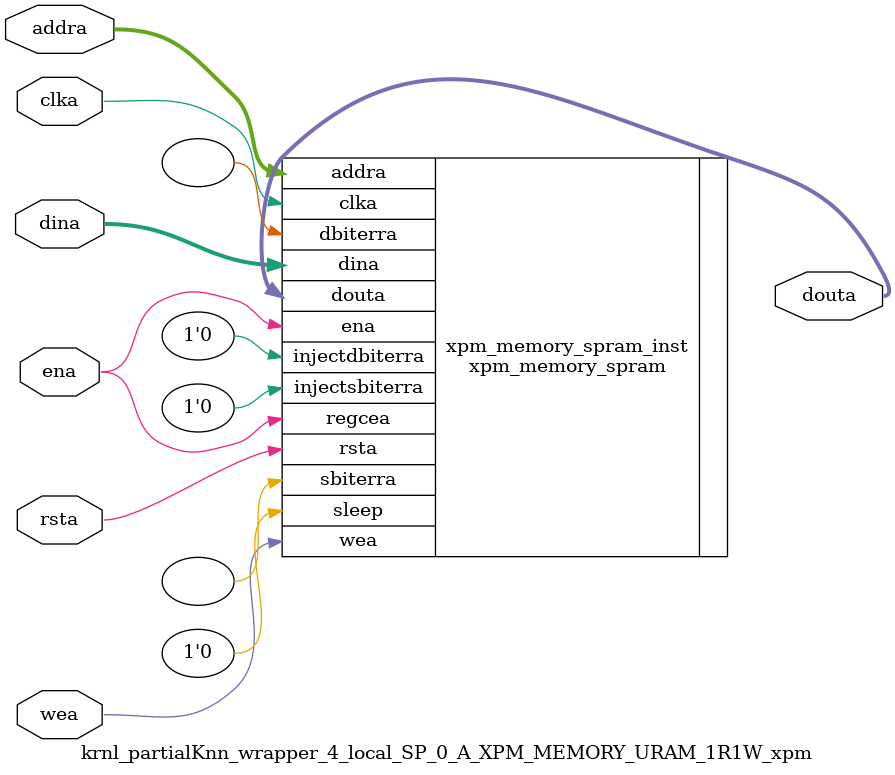
<source format=v>
`timescale 1 ns / 1 ps
module krnl_partialKnn_wrapper_4_local_SP_0_A_XPM_MEMORY_URAM_1R1W_xpm # (
  // Common module parameters
  parameter integer                 MEMORY_SIZE        = 524288,
  parameter                         MEMORY_PRIMITIVE   = "ultra",
  parameter                         ECC_MODE           = "no_ecc",
  parameter                         MEMORY_INIT_FILE   = "none",
  parameter                         WAKEUP_TIME        = "disable_sleep",
  parameter integer                 MESSAGE_CONTROL    = 0,
  // Port A module parameters
  parameter integer                 WRITE_DATA_WIDTH_A = 256,
  parameter integer                 READ_DATA_WIDTH_A  = WRITE_DATA_WIDTH_A,
  parameter integer                 BYTE_WRITE_WIDTH_A = WRITE_DATA_WIDTH_A,
  parameter integer                 ADDR_WIDTH_A       = 11,
  parameter                         READ_RESET_VALUE_A = "0",
  parameter integer                 READ_LATENCY_A     = 1,
  parameter                         WRITE_MODE_A       = "read_first"
) (
  // Port A module ports
  input  wire                                               clka,
  input  wire                                               rsta,
  input  wire                                               ena,
  input  wire [(WRITE_DATA_WIDTH_A/BYTE_WRITE_WIDTH_A)-1:0] wea,
  input  wire [ADDR_WIDTH_A-1:0]                            addra,
  input  wire [WRITE_DATA_WIDTH_A-1:0]                      dina,
  output wire [READ_DATA_WIDTH_A-1:0]                       douta
);
// Set parameter values and connect ports to instantiate an XPM_MEMORY single port RAM configuration
xpm_memory_spram # (
  // Common module parameters
  .MEMORY_SIZE        (MEMORY_SIZE),   //positive integer
  .MEMORY_PRIMITIVE   (MEMORY_PRIMITIVE),      //string; "auto", "distributed", "block" or "ultra";
  .ECC_MODE           (ECC_MODE),      //do not change
  .MEMORY_INIT_FILE   (MEMORY_INIT_FILE), //string; "none" or "<filename>.mem" 
  .MEMORY_INIT_PARAM  (""), //string;
  .WAKEUP_TIME        (WAKEUP_TIME),      //string; "disable_sleep" or "use_sleep_pin"
  .MESSAGE_CONTROL    (MESSAGE_CONTROL),      //do not change
  // Port A module parameters
  .WRITE_DATA_WIDTH_A (WRITE_DATA_WIDTH_A),     //positive integer
  .READ_DATA_WIDTH_A  (READ_DATA_WIDTH_A),     //positive integer
  .BYTE_WRITE_WIDTH_A (BYTE_WRITE_WIDTH_A),     //integer; 8, 9, or WRITE_DATA_WIDTH_A value
  .ADDR_WIDTH_A       (ADDR_WIDTH_A),      //positive integer
  .READ_RESET_VALUE_A (READ_RESET_VALUE_A),  //string
  .READ_LATENCY_A     (READ_LATENCY_A),      //non-negative integer
  .WRITE_MODE_A       (WRITE_MODE_A)       //string; "write_first", "read_first", "no_change"
) xpm_memory_spram_inst (
  // Common module ports
  .sleep          (1'b0),  //do not change
  // Port A module ports
  .clka           (clka),
  .rsta           (rsta),
  .ena            (ena),
  .regcea         (ena),
  .wea            (wea),
  .addra          (addra),
  .dina           (dina),
  .injectsbiterra (1'b0),  //do not change
  .injectdbiterra (1'b0),  //do not change
  .douta          (douta),
  .sbiterra       (),      //do not change
  .dbiterra       ()       //do not change
);
endmodule
</source>
